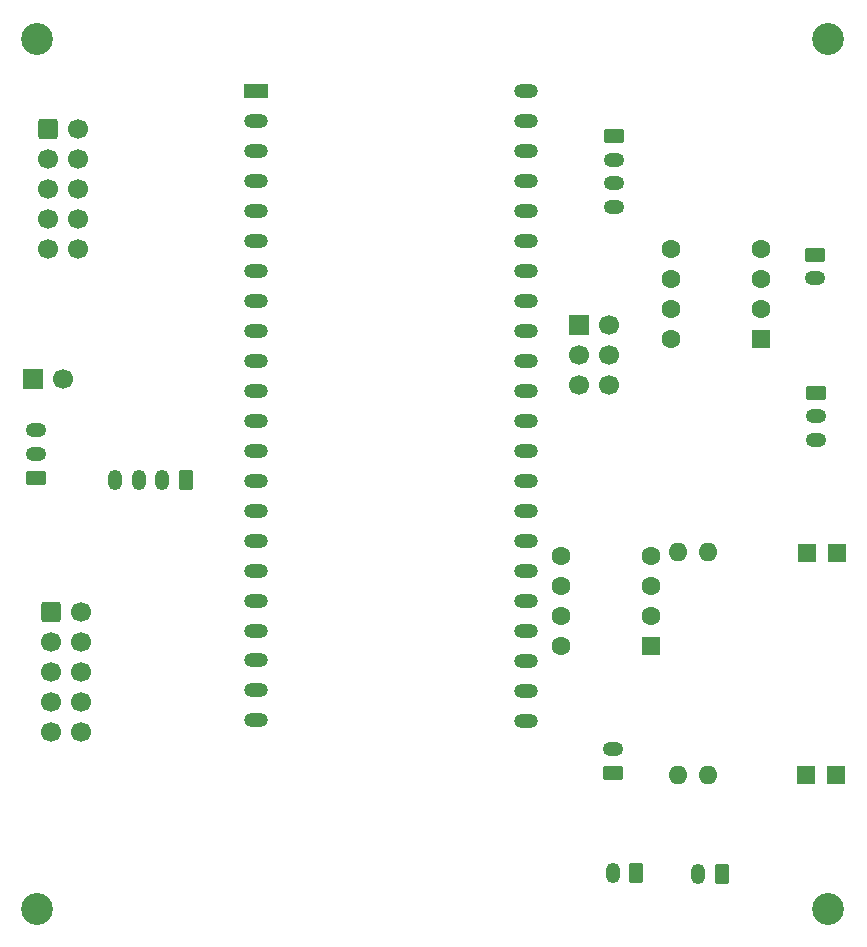
<source format=gbs>
%TF.GenerationSoftware,KiCad,Pcbnew,9.0.6*%
%TF.CreationDate,2026-01-05T15:15:05-05:00*%
%TF.ProjectId,OrganUniversalMCUboard,4f726761-6e55-46e6-9976-657273616c4d,rev?*%
%TF.SameCoordinates,Original*%
%TF.FileFunction,Soldermask,Bot*%
%TF.FilePolarity,Negative*%
%FSLAX46Y46*%
G04 Gerber Fmt 4.6, Leading zero omitted, Abs format (unit mm)*
G04 Created by KiCad (PCBNEW 9.0.6) date 2026-01-05 15:15:05*
%MOMM*%
%LPD*%
G01*
G04 APERTURE LIST*
G04 Aperture macros list*
%AMRoundRect*
0 Rectangle with rounded corners*
0 $1 Rounding radius*
0 $2 $3 $4 $5 $6 $7 $8 $9 X,Y pos of 4 corners*
0 Add a 4 corners polygon primitive as box body*
4,1,4,$2,$3,$4,$5,$6,$7,$8,$9,$2,$3,0*
0 Add four circle primitives for the rounded corners*
1,1,$1+$1,$2,$3*
1,1,$1+$1,$4,$5*
1,1,$1+$1,$6,$7*
1,1,$1+$1,$8,$9*
0 Add four rect primitives between the rounded corners*
20,1,$1+$1,$2,$3,$4,$5,0*
20,1,$1+$1,$4,$5,$6,$7,0*
20,1,$1+$1,$6,$7,$8,$9,0*
20,1,$1+$1,$8,$9,$2,$3,0*%
G04 Aperture macros list end*
%ADD10O,1.600000X1.600000*%
%ADD11R,1.600000X1.600000*%
%ADD12R,1.700000X1.700000*%
%ADD13C,1.700000*%
%ADD14RoundRect,0.250000X-0.625000X0.350000X-0.625000X-0.350000X0.625000X-0.350000X0.625000X0.350000X0*%
%ADD15O,1.750000X1.200000*%
%ADD16RoundRect,0.250000X-0.600000X-0.600000X0.600000X-0.600000X0.600000X0.600000X-0.600000X0.600000X0*%
%ADD17RoundRect,0.250000X0.625000X-0.350000X0.625000X0.350000X-0.625000X0.350000X-0.625000X-0.350000X0*%
%ADD18O,1.200000X1.750000*%
%ADD19RoundRect,0.250000X0.350000X0.625000X-0.350000X0.625000X-0.350000X-0.625000X0.350000X-0.625000X0*%
%ADD20RoundRect,0.250000X0.550000X0.550000X-0.550000X0.550000X-0.550000X-0.550000X0.550000X-0.550000X0*%
%ADD21C,1.600000*%
%ADD22R,2.000000X1.200000*%
%ADD23O,2.000000X1.200000*%
%ADD24C,2.700000*%
G04 APERTURE END LIST*
D10*
%TO.C,A5V1*%
X124332999Y-96139002D03*
X126873000Y-96164401D03*
D11*
X137795000Y-96266001D03*
X135254997Y-96266001D03*
D10*
X124332999Y-115062001D03*
X126872999Y-115087402D03*
D11*
X137668000Y-115062001D03*
X135127999Y-115062001D03*
%TD*%
D12*
%TO.C,JP1*%
X69718000Y-81534000D03*
D13*
X72258001Y-81534001D03*
%TD*%
D14*
%TO.C,J9*%
X118872000Y-60960000D03*
D15*
X118872000Y-62960000D03*
X118872000Y-64960000D03*
X118872001Y-66960001D03*
%TD*%
D16*
%TO.C,J7*%
X70993000Y-60325000D03*
D13*
X73533000Y-60325000D03*
X70993000Y-62865000D03*
X73533000Y-62865000D03*
X70993000Y-65405000D03*
X73533000Y-65405000D03*
X70993000Y-67945000D03*
X73533000Y-67945000D03*
X70993000Y-70485000D03*
X73533000Y-70485000D03*
%TD*%
D17*
%TO.C,J6*%
X69935000Y-89884000D03*
D15*
X69935000Y-87884000D03*
X69935000Y-85884000D03*
%TD*%
D14*
%TO.C,J4*%
X136017000Y-82677000D03*
D15*
X136017000Y-84677000D03*
X136017000Y-86677000D03*
%TD*%
D14*
%TO.C,J3*%
X135890000Y-70993000D03*
D15*
X135890000Y-72993000D03*
%TD*%
D18*
%TO.C,J1*%
X126016000Y-123444000D03*
D19*
X128016000Y-123444000D03*
%TD*%
D20*
%TO.C,U2*%
X131312999Y-78105000D03*
D21*
X131313000Y-75564997D03*
X131312999Y-73025000D03*
X131312999Y-70485000D03*
X123692999Y-70485000D03*
X123692998Y-73025000D03*
X123692999Y-75565001D03*
X123692999Y-78105000D03*
%TD*%
D19*
%TO.C,J2*%
X120761001Y-123359000D03*
D18*
X118761001Y-123359000D03*
%TD*%
D19*
%TO.C,J5*%
X82629001Y-90084999D03*
D18*
X80629001Y-90084999D03*
X78629001Y-90084999D03*
X76629000Y-90085000D03*
%TD*%
D17*
%TO.C,J10*%
X118830000Y-114880900D03*
D15*
X118830000Y-112880900D03*
%TD*%
D22*
%TO.C,U1*%
X88570000Y-57107920D03*
D23*
X88570000Y-59647920D03*
X88570000Y-62187920D03*
X88570000Y-64727920D03*
X88570000Y-67267920D03*
X88570000Y-69807920D03*
X88570000Y-72347920D03*
X88570000Y-74887920D03*
X88570000Y-77427920D03*
X88570000Y-79967920D03*
X88570000Y-82507920D03*
X88570000Y-85047920D03*
X88570000Y-87587920D03*
X88570000Y-90127920D03*
X88570000Y-92667920D03*
X88570000Y-95207920D03*
X88570000Y-97747920D03*
X88570000Y-100287920D03*
X88570000Y-102827920D03*
X88566320Y-105365200D03*
X88566320Y-107905200D03*
X88566320Y-110445200D03*
X111430000Y-110447920D03*
X111430000Y-107907920D03*
X111430000Y-105367920D03*
X111430000Y-102827920D03*
X111430000Y-100287920D03*
X111430000Y-97747920D03*
X111430000Y-95207920D03*
X111430000Y-92667920D03*
X111430000Y-90127920D03*
X111430000Y-87587920D03*
X111430000Y-85047920D03*
X111430000Y-82507920D03*
X111430000Y-79967920D03*
X111430000Y-77427920D03*
X111430000Y-74887920D03*
X111430000Y-72347920D03*
X111430000Y-69807920D03*
X111430000Y-67267920D03*
X111430000Y-64727920D03*
X111430000Y-62187920D03*
X111430000Y-59647920D03*
X111430000Y-57107920D03*
%TD*%
D12*
%TO.C,J11*%
X115946000Y-76962000D03*
D13*
X118486000Y-76962000D03*
X115946000Y-79502000D03*
X118486000Y-79502000D03*
X115946000Y-82042000D03*
X118486000Y-82042000D03*
%TD*%
D16*
%TO.C,J8*%
X71247000Y-101290000D03*
D13*
X73787000Y-101290000D03*
X71247000Y-103830000D03*
X73787000Y-103830000D03*
X71247000Y-106370000D03*
X73787000Y-106370000D03*
X71247000Y-108910000D03*
X73787000Y-108910000D03*
X71247000Y-111450000D03*
X73787000Y-111450000D03*
%TD*%
D20*
%TO.C,SW1*%
X122042000Y-104127500D03*
D21*
X122042001Y-101587497D03*
X122042000Y-99047500D03*
X122042000Y-96507500D03*
X114422000Y-96507500D03*
X114421998Y-99047500D03*
X114422000Y-101587501D03*
X114422000Y-104127500D03*
%TD*%
D24*
%TO.C,REF\u002A\u002A*%
X70000000Y-126365000D03*
%TD*%
%TO.C,REF\u002A\u002A*%
X137000000Y-126365000D03*
%TD*%
%TO.C,REF\u002A\u002A*%
X137000000Y-52705000D03*
%TD*%
%TO.C,REF\u002A\u002A*%
X70000000Y-52705000D03*
%TD*%
M02*

</source>
